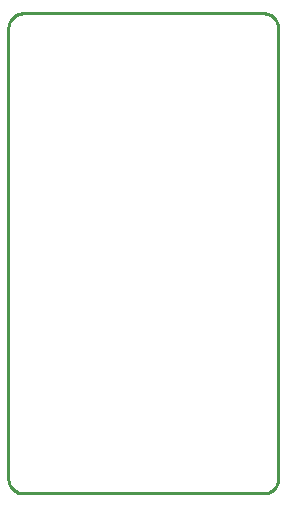
<source format=gbr>
G04 EAGLE Gerber RS-274X export*
G75*
%MOMM*%
%FSLAX34Y34*%
%LPD*%
%IN*%
%IPPOS*%
%AMOC8*
5,1,8,0,0,1.08239X$1,22.5*%
G01*
%ADD10C,0.254000*%


D10*
X0Y12700D02*
X48Y11593D01*
X193Y10495D01*
X433Y9413D01*
X766Y8356D01*
X1190Y7333D01*
X1701Y6350D01*
X2297Y5416D01*
X2971Y4537D01*
X3720Y3720D01*
X4537Y2971D01*
X5416Y2297D01*
X6350Y1701D01*
X7333Y1190D01*
X8356Y766D01*
X9413Y433D01*
X10495Y193D01*
X11593Y48D01*
X12700Y0D01*
X215900Y0D01*
X217007Y48D01*
X218105Y193D01*
X219187Y433D01*
X220244Y766D01*
X221267Y1190D01*
X222250Y1701D01*
X223184Y2297D01*
X224063Y2971D01*
X224880Y3720D01*
X225629Y4537D01*
X226303Y5416D01*
X226899Y6350D01*
X227410Y7333D01*
X227834Y8356D01*
X228167Y9413D01*
X228407Y10495D01*
X228552Y11593D01*
X228600Y12700D01*
X228600Y393700D01*
X228552Y394807D01*
X228407Y395905D01*
X228167Y396987D01*
X227834Y398044D01*
X227410Y399067D01*
X226899Y400050D01*
X226303Y400984D01*
X225629Y401863D01*
X224880Y402680D01*
X224063Y403429D01*
X223184Y404103D01*
X222250Y404699D01*
X221267Y405210D01*
X220244Y405634D01*
X219187Y405967D01*
X218105Y406207D01*
X217007Y406352D01*
X215900Y406400D01*
X12700Y406400D01*
X11593Y406352D01*
X10495Y406207D01*
X9413Y405967D01*
X8356Y405634D01*
X7333Y405210D01*
X6350Y404699D01*
X5416Y404103D01*
X4537Y403429D01*
X3720Y402680D01*
X2971Y401863D01*
X2297Y400984D01*
X1701Y400050D01*
X1190Y399067D01*
X766Y398044D01*
X433Y396987D01*
X193Y395905D01*
X48Y394807D01*
X0Y393700D01*
X0Y12700D01*
M02*

</source>
